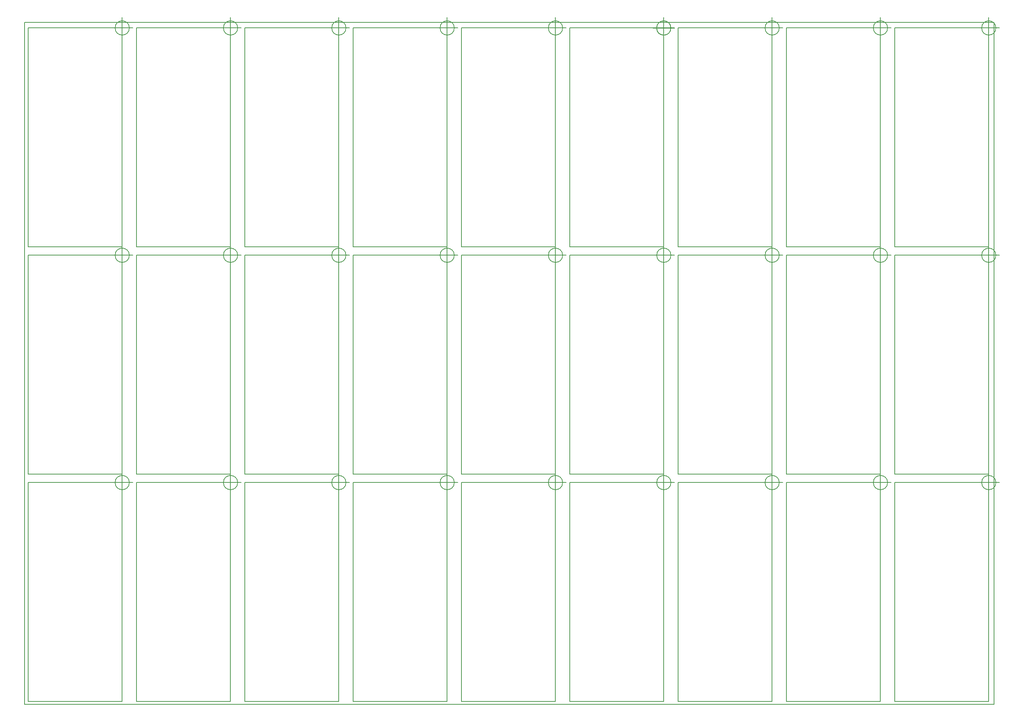
<source format=gm1>
G04 #@! TF.FileFunction,Profile,NP*
%FSLAX46Y46*%
G04 Gerber Fmt 4.6, Leading zero omitted, Abs format (unit mm)*
G04 Created by KiCad (PCBNEW 4.0.3-stable) date 08/25/16 15:17:33*
%MOMM*%
%LPD*%
G01*
G04 APERTURE LIST*
%ADD10C,0.100000*%
%ADD11C,0.150000*%
G04 APERTURE END LIST*
D10*
D11*
X224307400Y-125018800D02*
X224307400Y-124993400D01*
X224307400Y-125018800D02*
X246380000Y-125018800D01*
X224891600Y-73652380D02*
X246380000Y-73652380D01*
X246380000Y-73652380D02*
X246380000Y-125011180D01*
X224942400Y-73652380D02*
X224663000Y-73652380D01*
X224663000Y-73652380D02*
X224307400Y-73652380D01*
X224307400Y-73652380D02*
X224307400Y-125011180D01*
X224307400Y-125011180D02*
X224307400Y-124985780D01*
X224307400Y-125011180D02*
X246380000Y-125011180D01*
X224307400Y-71678800D02*
X246380000Y-71678800D01*
X224307400Y-71678800D02*
X224307400Y-71653400D01*
X224307400Y-20320000D02*
X224307400Y-71678800D01*
X224663000Y-20320000D02*
X224307400Y-20320000D01*
X224942400Y-20320000D02*
X224663000Y-20320000D01*
X246380000Y-20320000D02*
X246380000Y-71678800D01*
X224891600Y-20320000D02*
X246380000Y-20320000D01*
X224891600Y-127000000D02*
X246380000Y-127000000D01*
X246380000Y-127000000D02*
X246380000Y-178358800D01*
X224942400Y-127000000D02*
X224663000Y-127000000D01*
X224663000Y-127000000D02*
X224307400Y-127000000D01*
X224307400Y-127000000D02*
X224307400Y-178358800D01*
X224307400Y-178358800D02*
X224307400Y-178333400D01*
X224307400Y-178358800D02*
X246380000Y-178358800D01*
X174091600Y-127000000D02*
X195580000Y-127000000D01*
X195580000Y-127000000D02*
X195580000Y-178358800D01*
X174142400Y-127000000D02*
X173863000Y-127000000D01*
X173863000Y-127000000D02*
X173507400Y-127000000D01*
X173507400Y-127000000D02*
X173507400Y-178358800D01*
X173507400Y-178358800D02*
X173507400Y-178333400D01*
X173507400Y-178358800D02*
X195580000Y-178358800D01*
X198907400Y-178358800D02*
X220980000Y-178358800D01*
X198907400Y-178358800D02*
X198907400Y-178333400D01*
X198907400Y-127000000D02*
X198907400Y-178358800D01*
X199263000Y-127000000D02*
X198907400Y-127000000D01*
X199542400Y-127000000D02*
X199263000Y-127000000D01*
X220980000Y-127000000D02*
X220980000Y-178358800D01*
X199491600Y-127000000D02*
X220980000Y-127000000D01*
X148691600Y-127000000D02*
X170180000Y-127000000D01*
X170180000Y-127000000D02*
X170180000Y-178358800D01*
X148742400Y-127000000D02*
X148463000Y-127000000D01*
X148463000Y-127000000D02*
X148107400Y-127000000D01*
X148107400Y-127000000D02*
X148107400Y-178358800D01*
X148107400Y-178358800D02*
X148107400Y-178333400D01*
X148107400Y-178358800D02*
X170180000Y-178358800D01*
X122707400Y-178358800D02*
X144780000Y-178358800D01*
X122707400Y-178358800D02*
X122707400Y-178333400D01*
X122707400Y-127000000D02*
X122707400Y-178358800D01*
X123063000Y-127000000D02*
X122707400Y-127000000D01*
X123342400Y-127000000D02*
X123063000Y-127000000D01*
X144780000Y-127000000D02*
X144780000Y-178358800D01*
X123291600Y-127000000D02*
X144780000Y-127000000D01*
X21107400Y-178351180D02*
X43180000Y-178351180D01*
X21107400Y-178351180D02*
X21107400Y-178325780D01*
X21107400Y-126992380D02*
X21107400Y-178351180D01*
X21463000Y-126992380D02*
X21107400Y-126992380D01*
X21742400Y-126992380D02*
X21463000Y-126992380D01*
X43180000Y-126992380D02*
X43180000Y-178351180D01*
X21691600Y-126992380D02*
X43180000Y-126992380D01*
X21107400Y-178358800D02*
X43180000Y-178358800D01*
X21107400Y-178358800D02*
X21107400Y-178333400D01*
X46507400Y-178358800D02*
X46507400Y-178333400D01*
X46507400Y-178358800D02*
X68580000Y-178358800D01*
X47091600Y-126992380D02*
X68580000Y-126992380D01*
X68580000Y-126992380D02*
X68580000Y-178351180D01*
X47142400Y-126992380D02*
X46863000Y-126992380D01*
X46863000Y-126992380D02*
X46507400Y-126992380D01*
X46507400Y-126992380D02*
X46507400Y-178351180D01*
X46507400Y-178351180D02*
X46507400Y-178325780D01*
X46507400Y-178351180D02*
X68580000Y-178351180D01*
X97307400Y-178351180D02*
X119380000Y-178351180D01*
X97307400Y-178351180D02*
X97307400Y-178325780D01*
X97307400Y-126992380D02*
X97307400Y-178351180D01*
X97663000Y-126992380D02*
X97307400Y-126992380D01*
X97942400Y-126992380D02*
X97663000Y-126992380D01*
X119380000Y-126992380D02*
X119380000Y-178351180D01*
X97891600Y-126992380D02*
X119380000Y-126992380D01*
X97307400Y-178358800D02*
X119380000Y-178358800D01*
X97307400Y-178358800D02*
X97307400Y-178333400D01*
X71907400Y-178358800D02*
X71907400Y-178333400D01*
X71907400Y-178358800D02*
X93980000Y-178358800D01*
X72491600Y-126992380D02*
X93980000Y-126992380D01*
X93980000Y-126992380D02*
X93980000Y-178351180D01*
X72542400Y-126992380D02*
X72263000Y-126992380D01*
X72263000Y-126992380D02*
X71907400Y-126992380D01*
X71907400Y-126992380D02*
X71907400Y-178351180D01*
X71907400Y-178351180D02*
X71907400Y-178325780D01*
X71907400Y-178351180D02*
X93980000Y-178351180D01*
X123291600Y-20320000D02*
X144780000Y-20320000D01*
X144780000Y-20320000D02*
X144780000Y-71678800D01*
X123342400Y-20320000D02*
X123063000Y-20320000D01*
X123063000Y-20320000D02*
X122707400Y-20320000D01*
X122707400Y-20320000D02*
X122707400Y-71678800D01*
X122707400Y-71678800D02*
X122707400Y-71653400D01*
X122707400Y-71678800D02*
X144780000Y-71678800D01*
X122707400Y-125011180D02*
X144780000Y-125011180D01*
X122707400Y-125011180D02*
X122707400Y-124985780D01*
X122707400Y-73652380D02*
X122707400Y-125011180D01*
X123063000Y-73652380D02*
X122707400Y-73652380D01*
X123342400Y-73652380D02*
X123063000Y-73652380D01*
X144780000Y-73652380D02*
X144780000Y-125011180D01*
X123291600Y-73652380D02*
X144780000Y-73652380D01*
X146446666Y-73660000D02*
G75*
G03X146446666Y-73660000I-1666666J0D01*
G01*
X142280000Y-73660000D02*
X147280000Y-73660000D01*
X144780000Y-71160000D02*
X144780000Y-76160000D01*
X122707400Y-125018800D02*
X144780000Y-125018800D01*
X122707400Y-125018800D02*
X122707400Y-124993400D01*
X171846666Y-73660000D02*
G75*
G03X171846666Y-73660000I-1666666J0D01*
G01*
X167680000Y-73660000D02*
X172680000Y-73660000D01*
X170180000Y-71160000D02*
X170180000Y-76160000D01*
X197246666Y-73660000D02*
G75*
G03X197246666Y-73660000I-1666666J0D01*
G01*
X193080000Y-73660000D02*
X198080000Y-73660000D01*
X195580000Y-71160000D02*
X195580000Y-76160000D01*
X171846666Y-73660000D02*
G75*
G03X171846666Y-73660000I-1666666J0D01*
G01*
X167680000Y-73660000D02*
X172680000Y-73660000D01*
X170180000Y-71160000D02*
X170180000Y-76160000D01*
X197246666Y-73660000D02*
G75*
G03X197246666Y-73660000I-1666666J0D01*
G01*
X193080000Y-73660000D02*
X198080000Y-73660000D01*
X195580000Y-71160000D02*
X195580000Y-76160000D01*
X171846666Y-73660000D02*
G75*
G03X171846666Y-73660000I-1666666J0D01*
G01*
X167680000Y-73660000D02*
X172680000Y-73660000D01*
X170180000Y-71160000D02*
X170180000Y-76160000D01*
X171846666Y-73660000D02*
G75*
G03X171846666Y-73660000I-1666666J0D01*
G01*
X167680000Y-73660000D02*
X172680000Y-73660000D01*
X170180000Y-71160000D02*
X170180000Y-76160000D01*
X197246666Y-73660000D02*
G75*
G03X197246666Y-73660000I-1666666J0D01*
G01*
X193080000Y-73660000D02*
X198080000Y-73660000D01*
X195580000Y-71160000D02*
X195580000Y-76160000D01*
X171846666Y-73660000D02*
G75*
G03X171846666Y-73660000I-1666666J0D01*
G01*
X167680000Y-73660000D02*
X172680000Y-73660000D01*
X170180000Y-71160000D02*
X170180000Y-76160000D01*
X148107400Y-125018800D02*
X148107400Y-124993400D01*
X148107400Y-125018800D02*
X170180000Y-125018800D01*
X148691600Y-73652380D02*
X170180000Y-73652380D01*
X170180000Y-73652380D02*
X170180000Y-125011180D01*
X148742400Y-73652380D02*
X148463000Y-73652380D01*
X148463000Y-73652380D02*
X148107400Y-73652380D01*
X148107400Y-73652380D02*
X148107400Y-125011180D01*
X148107400Y-125011180D02*
X148107400Y-124985780D01*
X148107400Y-125011180D02*
X170180000Y-125011180D01*
X148107400Y-71678800D02*
X170180000Y-71678800D01*
X148107400Y-71678800D02*
X148107400Y-71653400D01*
X148107400Y-20320000D02*
X148107400Y-71678800D01*
X148463000Y-20320000D02*
X148107400Y-20320000D01*
X148742400Y-20320000D02*
X148463000Y-20320000D01*
X170180000Y-20320000D02*
X170180000Y-71678800D01*
X148691600Y-20320000D02*
X170180000Y-20320000D01*
X199491600Y-20320000D02*
X220980000Y-20320000D01*
X220980000Y-20320000D02*
X220980000Y-71678800D01*
X199542400Y-20320000D02*
X199263000Y-20320000D01*
X199263000Y-20320000D02*
X198907400Y-20320000D01*
X198907400Y-20320000D02*
X198907400Y-71678800D01*
X198907400Y-71678800D02*
X198907400Y-71653400D01*
X198907400Y-71678800D02*
X220980000Y-71678800D01*
X198907400Y-125011180D02*
X220980000Y-125011180D01*
X198907400Y-125011180D02*
X198907400Y-124985780D01*
X198907400Y-73652380D02*
X198907400Y-125011180D01*
X199263000Y-73652380D02*
X198907400Y-73652380D01*
X199542400Y-73652380D02*
X199263000Y-73652380D01*
X220980000Y-73652380D02*
X220980000Y-125011180D01*
X199491600Y-73652380D02*
X220980000Y-73652380D01*
X198907400Y-125018800D02*
X220980000Y-125018800D01*
X198907400Y-125018800D02*
X198907400Y-124993400D01*
X173507400Y-125018800D02*
X173507400Y-124993400D01*
X173507400Y-125018800D02*
X195580000Y-125018800D01*
X197246666Y-73660000D02*
G75*
G03X197246666Y-73660000I-1666666J0D01*
G01*
X193080000Y-73660000D02*
X198080000Y-73660000D01*
X195580000Y-71160000D02*
X195580000Y-76160000D01*
X174091600Y-73652380D02*
X195580000Y-73652380D01*
X195580000Y-73652380D02*
X195580000Y-125011180D01*
X174142400Y-73652380D02*
X173863000Y-73652380D01*
X173863000Y-73652380D02*
X173507400Y-73652380D01*
X173507400Y-73652380D02*
X173507400Y-125011180D01*
X173507400Y-125011180D02*
X173507400Y-124985780D01*
X173507400Y-125011180D02*
X195580000Y-125011180D01*
X173507400Y-71678800D02*
X195580000Y-71678800D01*
X173507400Y-71678800D02*
X173507400Y-71653400D01*
X173507400Y-20320000D02*
X173507400Y-71678800D01*
X173863000Y-20320000D02*
X173507400Y-20320000D01*
X174142400Y-20320000D02*
X173863000Y-20320000D01*
X195580000Y-20320000D02*
X195580000Y-71678800D01*
X174091600Y-20320000D02*
X195580000Y-20320000D01*
X72491600Y-20320000D02*
X93980000Y-20320000D01*
X93980000Y-20320000D02*
X93980000Y-71678800D01*
X72542400Y-20320000D02*
X72263000Y-20320000D01*
X72263000Y-20320000D02*
X71907400Y-20320000D01*
X71907400Y-20320000D02*
X71907400Y-71678800D01*
X71907400Y-71678800D02*
X71907400Y-71653400D01*
X71907400Y-71678800D02*
X93980000Y-71678800D01*
X71907400Y-125011180D02*
X93980000Y-125011180D01*
X71907400Y-125011180D02*
X71907400Y-124985780D01*
X71907400Y-73652380D02*
X71907400Y-125011180D01*
X72263000Y-73652380D02*
X71907400Y-73652380D01*
X72542400Y-73652380D02*
X72263000Y-73652380D01*
X93980000Y-73652380D02*
X93980000Y-125011180D01*
X72491600Y-73652380D02*
X93980000Y-73652380D01*
X95646666Y-73660000D02*
G75*
G03X95646666Y-73660000I-1666666J0D01*
G01*
X91480000Y-73660000D02*
X96480000Y-73660000D01*
X93980000Y-71160000D02*
X93980000Y-76160000D01*
X71907400Y-125018800D02*
X93980000Y-125018800D01*
X71907400Y-125018800D02*
X71907400Y-124993400D01*
X97307400Y-125018800D02*
X97307400Y-124993400D01*
X97307400Y-125018800D02*
X119380000Y-125018800D01*
X97891600Y-73652380D02*
X119380000Y-73652380D01*
X119380000Y-73652380D02*
X119380000Y-125011180D01*
X97942400Y-73652380D02*
X97663000Y-73652380D01*
X97663000Y-73652380D02*
X97307400Y-73652380D01*
X97307400Y-73652380D02*
X97307400Y-125011180D01*
X97307400Y-125011180D02*
X97307400Y-124985780D01*
X97307400Y-125011180D02*
X119380000Y-125011180D01*
X97307400Y-71678800D02*
X119380000Y-71678800D01*
X97307400Y-71678800D02*
X97307400Y-71653400D01*
X97307400Y-20320000D02*
X97307400Y-71678800D01*
X97663000Y-20320000D02*
X97307400Y-20320000D01*
X97942400Y-20320000D02*
X97663000Y-20320000D01*
X119380000Y-20320000D02*
X119380000Y-71678800D01*
X97891600Y-20320000D02*
X119380000Y-20320000D01*
X47091600Y-20320000D02*
X68580000Y-20320000D01*
X68580000Y-20320000D02*
X68580000Y-71678800D01*
X47142400Y-20320000D02*
X46863000Y-20320000D01*
X46863000Y-20320000D02*
X46507400Y-20320000D01*
X46507400Y-20320000D02*
X46507400Y-71678800D01*
X46507400Y-71678800D02*
X46507400Y-71653400D01*
X46507400Y-71678800D02*
X68580000Y-71678800D01*
X46507400Y-125011180D02*
X68580000Y-125011180D01*
X46507400Y-125011180D02*
X46507400Y-124985780D01*
X46507400Y-73652380D02*
X46507400Y-125011180D01*
X46863000Y-73652380D02*
X46507400Y-73652380D01*
X47142400Y-73652380D02*
X46863000Y-73652380D01*
X68580000Y-73652380D02*
X68580000Y-125011180D01*
X47091600Y-73652380D02*
X68580000Y-73652380D01*
X46507400Y-125018800D02*
X68580000Y-125018800D01*
X46507400Y-125018800D02*
X46507400Y-124993400D01*
X247650000Y-179070000D02*
X20320000Y-179070000D01*
X70246666Y-73660000D02*
G75*
G03X70246666Y-73660000I-1666666J0D01*
G01*
X66080000Y-73660000D02*
X71080000Y-73660000D01*
X68580000Y-71160000D02*
X68580000Y-76160000D01*
X248046666Y-73660000D02*
G75*
G03X248046666Y-73660000I-1666666J0D01*
G01*
X243880000Y-73660000D02*
X248880000Y-73660000D01*
X246380000Y-71160000D02*
X246380000Y-76160000D01*
X222646666Y-73660000D02*
G75*
G03X222646666Y-73660000I-1666666J0D01*
G01*
X218480000Y-73660000D02*
X223480000Y-73660000D01*
X220980000Y-71160000D02*
X220980000Y-76160000D01*
X197246666Y-73660000D02*
G75*
G03X197246666Y-73660000I-1666666J0D01*
G01*
X193080000Y-73660000D02*
X198080000Y-73660000D01*
X195580000Y-71160000D02*
X195580000Y-76160000D01*
X171846666Y-73660000D02*
G75*
G03X171846666Y-73660000I-1666666J0D01*
G01*
X167680000Y-73660000D02*
X172680000Y-73660000D01*
X170180000Y-71160000D02*
X170180000Y-76160000D01*
X146446666Y-73660000D02*
G75*
G03X146446666Y-73660000I-1666666J0D01*
G01*
X142280000Y-73660000D02*
X147280000Y-73660000D01*
X144780000Y-71160000D02*
X144780000Y-76160000D01*
X121046666Y-73660000D02*
G75*
G03X121046666Y-73660000I-1666666J0D01*
G01*
X116880000Y-73660000D02*
X121880000Y-73660000D01*
X119380000Y-71160000D02*
X119380000Y-76160000D01*
X95646666Y-73660000D02*
G75*
G03X95646666Y-73660000I-1666666J0D01*
G01*
X91480000Y-73660000D02*
X96480000Y-73660000D01*
X93980000Y-71160000D02*
X93980000Y-76160000D01*
X70246666Y-73660000D02*
G75*
G03X70246666Y-73660000I-1666666J0D01*
G01*
X66080000Y-73660000D02*
X71080000Y-73660000D01*
X68580000Y-71160000D02*
X68580000Y-76160000D01*
X70246666Y-73660000D02*
G75*
G03X70246666Y-73660000I-1666666J0D01*
G01*
X66080000Y-73660000D02*
X71080000Y-73660000D01*
X68580000Y-71160000D02*
X68580000Y-76160000D01*
X95646666Y-73660000D02*
G75*
G03X95646666Y-73660000I-1666666J0D01*
G01*
X91480000Y-73660000D02*
X96480000Y-73660000D01*
X93980000Y-71160000D02*
X93980000Y-76160000D01*
X121046666Y-73660000D02*
G75*
G03X121046666Y-73660000I-1666666J0D01*
G01*
X116880000Y-73660000D02*
X121880000Y-73660000D01*
X119380000Y-71160000D02*
X119380000Y-76160000D01*
X121046666Y-73660000D02*
G75*
G03X121046666Y-73660000I-1666666J0D01*
G01*
X116880000Y-73660000D02*
X121880000Y-73660000D01*
X119380000Y-71160000D02*
X119380000Y-76160000D01*
X70246666Y-73660000D02*
G75*
G03X70246666Y-73660000I-1666666J0D01*
G01*
X66080000Y-73660000D02*
X71080000Y-73660000D01*
X68580000Y-71160000D02*
X68580000Y-76160000D01*
X121046666Y-73660000D02*
G75*
G03X121046666Y-73660000I-1666666J0D01*
G01*
X116880000Y-73660000D02*
X121880000Y-73660000D01*
X119380000Y-71160000D02*
X119380000Y-76160000D01*
X95646666Y-73660000D02*
G75*
G03X95646666Y-73660000I-1666666J0D01*
G01*
X91480000Y-73660000D02*
X96480000Y-73660000D01*
X93980000Y-71160000D02*
X93980000Y-76160000D01*
X70246666Y-73660000D02*
G75*
G03X70246666Y-73660000I-1666666J0D01*
G01*
X66080000Y-73660000D02*
X71080000Y-73660000D01*
X68580000Y-71160000D02*
X68580000Y-76160000D01*
X21107400Y-125018800D02*
X21107400Y-124993400D01*
X21107400Y-125018800D02*
X43180000Y-125018800D01*
X44846666Y-127000000D02*
G75*
G03X44846666Y-127000000I-1666666J0D01*
G01*
X40680000Y-127000000D02*
X45680000Y-127000000D01*
X43180000Y-124500000D02*
X43180000Y-129500000D01*
X70246666Y-127000000D02*
G75*
G03X70246666Y-127000000I-1666666J0D01*
G01*
X66080000Y-127000000D02*
X71080000Y-127000000D01*
X68580000Y-124500000D02*
X68580000Y-129500000D01*
X95646666Y-127000000D02*
G75*
G03X95646666Y-127000000I-1666666J0D01*
G01*
X91480000Y-127000000D02*
X96480000Y-127000000D01*
X93980000Y-124500000D02*
X93980000Y-129500000D01*
X121046666Y-127000000D02*
G75*
G03X121046666Y-127000000I-1666666J0D01*
G01*
X116880000Y-127000000D02*
X121880000Y-127000000D01*
X119380000Y-124500000D02*
X119380000Y-129500000D01*
X70246666Y-127000000D02*
G75*
G03X70246666Y-127000000I-1666666J0D01*
G01*
X66080000Y-127000000D02*
X71080000Y-127000000D01*
X68580000Y-124500000D02*
X68580000Y-129500000D01*
X121046666Y-127000000D02*
G75*
G03X121046666Y-127000000I-1666666J0D01*
G01*
X116880000Y-127000000D02*
X121880000Y-127000000D01*
X119380000Y-124500000D02*
X119380000Y-129500000D01*
X121046666Y-127000000D02*
G75*
G03X121046666Y-127000000I-1666666J0D01*
G01*
X116880000Y-127000000D02*
X121880000Y-127000000D01*
X119380000Y-124500000D02*
X119380000Y-129500000D01*
X95646666Y-127000000D02*
G75*
G03X95646666Y-127000000I-1666666J0D01*
G01*
X91480000Y-127000000D02*
X96480000Y-127000000D01*
X93980000Y-124500000D02*
X93980000Y-129500000D01*
X146446666Y-20320000D02*
G75*
G03X146446666Y-20320000I-1666666J0D01*
G01*
X142280000Y-20320000D02*
X147280000Y-20320000D01*
X144780000Y-17820000D02*
X144780000Y-22820000D01*
X197246666Y-20320000D02*
G75*
G03X197246666Y-20320000I-1666666J0D01*
G01*
X193080000Y-20320000D02*
X198080000Y-20320000D01*
X195580000Y-17820000D02*
X195580000Y-22820000D01*
X222646666Y-20320000D02*
G75*
G03X222646666Y-20320000I-1666666J0D01*
G01*
X218480000Y-20320000D02*
X223480000Y-20320000D01*
X220980000Y-17820000D02*
X220980000Y-22820000D01*
X171846666Y-20320000D02*
G75*
G03X171846666Y-20320000I-1666666J0D01*
G01*
X167680000Y-20320000D02*
X172680000Y-20320000D01*
X170180000Y-17820000D02*
X170180000Y-22820000D01*
X171846666Y-20320000D02*
G75*
G03X171846666Y-20320000I-1666666J0D01*
G01*
X167680000Y-20320000D02*
X172680000Y-20320000D01*
X170180000Y-17820000D02*
X170180000Y-22820000D01*
X222646666Y-20320000D02*
G75*
G03X222646666Y-20320000I-1666666J0D01*
G01*
X218480000Y-20320000D02*
X223480000Y-20320000D01*
X220980000Y-17820000D02*
X220980000Y-22820000D01*
X222646666Y-20320000D02*
G75*
G03X222646666Y-20320000I-1666666J0D01*
G01*
X218480000Y-20320000D02*
X223480000Y-20320000D01*
X220980000Y-17820000D02*
X220980000Y-22820000D01*
X197246666Y-20320000D02*
G75*
G03X197246666Y-20320000I-1666666J0D01*
G01*
X193080000Y-20320000D02*
X198080000Y-20320000D01*
X195580000Y-17820000D02*
X195580000Y-22820000D01*
X95646666Y-20320000D02*
G75*
G03X95646666Y-20320000I-1666666J0D01*
G01*
X91480000Y-20320000D02*
X96480000Y-20320000D01*
X93980000Y-17820000D02*
X93980000Y-22820000D01*
X121046666Y-20320000D02*
G75*
G03X121046666Y-20320000I-1666666J0D01*
G01*
X116880000Y-20320000D02*
X121880000Y-20320000D01*
X119380000Y-17820000D02*
X119380000Y-22820000D01*
X121046666Y-20320000D02*
G75*
G03X121046666Y-20320000I-1666666J0D01*
G01*
X116880000Y-20320000D02*
X121880000Y-20320000D01*
X119380000Y-17820000D02*
X119380000Y-22820000D01*
X70246666Y-20320000D02*
G75*
G03X70246666Y-20320000I-1666666J0D01*
G01*
X66080000Y-20320000D02*
X71080000Y-20320000D01*
X68580000Y-17820000D02*
X68580000Y-22820000D01*
X70246666Y-127000000D02*
G75*
G03X70246666Y-127000000I-1666666J0D01*
G01*
X66080000Y-127000000D02*
X71080000Y-127000000D01*
X68580000Y-124500000D02*
X68580000Y-129500000D01*
X70246666Y-127000000D02*
G75*
G03X70246666Y-127000000I-1666666J0D01*
G01*
X66080000Y-127000000D02*
X71080000Y-127000000D01*
X68580000Y-124500000D02*
X68580000Y-129500000D01*
X95646666Y-127000000D02*
G75*
G03X95646666Y-127000000I-1666666J0D01*
G01*
X91480000Y-127000000D02*
X96480000Y-127000000D01*
X93980000Y-124500000D02*
X93980000Y-129500000D01*
X121046666Y-127000000D02*
G75*
G03X121046666Y-127000000I-1666666J0D01*
G01*
X116880000Y-127000000D02*
X121880000Y-127000000D01*
X119380000Y-124500000D02*
X119380000Y-129500000D01*
X146446666Y-127000000D02*
G75*
G03X146446666Y-127000000I-1666666J0D01*
G01*
X142280000Y-127000000D02*
X147280000Y-127000000D01*
X144780000Y-124500000D02*
X144780000Y-129500000D01*
X171846666Y-127000000D02*
G75*
G03X171846666Y-127000000I-1666666J0D01*
G01*
X167680000Y-127000000D02*
X172680000Y-127000000D01*
X170180000Y-124500000D02*
X170180000Y-129500000D01*
X197246666Y-127000000D02*
G75*
G03X197246666Y-127000000I-1666666J0D01*
G01*
X193080000Y-127000000D02*
X198080000Y-127000000D01*
X195580000Y-124500000D02*
X195580000Y-129500000D01*
X222646666Y-127000000D02*
G75*
G03X222646666Y-127000000I-1666666J0D01*
G01*
X218480000Y-127000000D02*
X223480000Y-127000000D01*
X220980000Y-124500000D02*
X220980000Y-129500000D01*
X248046666Y-127000000D02*
G75*
G03X248046666Y-127000000I-1666666J0D01*
G01*
X243880000Y-127000000D02*
X248880000Y-127000000D01*
X246380000Y-124500000D02*
X246380000Y-129500000D01*
X248046666Y-20320000D02*
G75*
G03X248046666Y-20320000I-1666666J0D01*
G01*
X243880000Y-20320000D02*
X248880000Y-20320000D01*
X246380000Y-17820000D02*
X246380000Y-22820000D01*
X248046666Y-73660000D02*
G75*
G03X248046666Y-73660000I-1666666J0D01*
G01*
X243880000Y-73660000D02*
X248880000Y-73660000D01*
X246380000Y-71160000D02*
X246380000Y-76160000D01*
X44846666Y-127000000D02*
G75*
G03X44846666Y-127000000I-1666666J0D01*
G01*
X40680000Y-127000000D02*
X45680000Y-127000000D01*
X43180000Y-124500000D02*
X43180000Y-129500000D01*
X70246666Y-127000000D02*
G75*
G03X70246666Y-127000000I-1666666J0D01*
G01*
X66080000Y-127000000D02*
X71080000Y-127000000D01*
X68580000Y-124500000D02*
X68580000Y-129500000D01*
X70246666Y-20320000D02*
G75*
G03X70246666Y-20320000I-1666666J0D01*
G01*
X66080000Y-20320000D02*
X71080000Y-20320000D01*
X68580000Y-17820000D02*
X68580000Y-22820000D01*
X146446666Y-20320000D02*
G75*
G03X146446666Y-20320000I-1666666J0D01*
G01*
X142280000Y-20320000D02*
X147280000Y-20320000D01*
X144780000Y-17820000D02*
X144780000Y-22820000D01*
X171846666Y-20320000D02*
G75*
G03X171846666Y-20320000I-1666666J0D01*
G01*
X167680000Y-20320000D02*
X172680000Y-20320000D01*
X170180000Y-17820000D02*
X170180000Y-22820000D01*
X197246666Y-20320000D02*
G75*
G03X197246666Y-20320000I-1666666J0D01*
G01*
X193080000Y-20320000D02*
X198080000Y-20320000D01*
X195580000Y-17820000D02*
X195580000Y-22820000D01*
X171821266Y-20345400D02*
G75*
G03X171821266Y-20345400I-1666666J0D01*
G01*
X167654600Y-20345400D02*
X172654600Y-20345400D01*
X170154600Y-17845400D02*
X170154600Y-22845400D01*
X222646666Y-20320000D02*
G75*
G03X222646666Y-20320000I-1666666J0D01*
G01*
X218480000Y-20320000D02*
X223480000Y-20320000D01*
X220980000Y-17820000D02*
X220980000Y-22820000D01*
X121046666Y-20320000D02*
G75*
G03X121046666Y-20320000I-1666666J0D01*
G01*
X116880000Y-20320000D02*
X121880000Y-20320000D01*
X119380000Y-17820000D02*
X119380000Y-22820000D01*
X20320000Y-19050000D02*
X20320000Y-179070000D01*
X247650000Y-19050000D02*
X20320000Y-19050000D01*
X247650000Y-179070000D02*
X247650000Y-19050000D01*
X146446666Y-20320000D02*
G75*
G03X146446666Y-20320000I-1666666J0D01*
G01*
X142280000Y-20320000D02*
X147280000Y-20320000D01*
X144780000Y-17820000D02*
X144780000Y-22820000D01*
X171846666Y-20320000D02*
G75*
G03X171846666Y-20320000I-1666666J0D01*
G01*
X167680000Y-20320000D02*
X172680000Y-20320000D01*
X170180000Y-17820000D02*
X170180000Y-22820000D01*
X95646666Y-20320000D02*
G75*
G03X95646666Y-20320000I-1666666J0D01*
G01*
X91480000Y-20320000D02*
X96480000Y-20320000D01*
X93980000Y-17820000D02*
X93980000Y-22820000D01*
X44846666Y-73660000D02*
G75*
G03X44846666Y-73660000I-1666666J0D01*
G01*
X40680000Y-73660000D02*
X45680000Y-73660000D01*
X43180000Y-71160000D02*
X43180000Y-76160000D01*
X44846666Y-20320000D02*
G75*
G03X44846666Y-20320000I-1666666J0D01*
G01*
X40680000Y-20320000D02*
X45680000Y-20320000D01*
X43180000Y-17820000D02*
X43180000Y-22820000D01*
X21691600Y-73652380D02*
X43180000Y-73652380D01*
X43180000Y-73652380D02*
X43180000Y-125011180D01*
X21742400Y-73652380D02*
X21463000Y-73652380D01*
X21463000Y-73652380D02*
X21107400Y-73652380D01*
X21107400Y-73652380D02*
X21107400Y-125011180D01*
X21107400Y-125011180D02*
X21107400Y-124985780D01*
X21107400Y-125011180D02*
X43180000Y-125011180D01*
X21107400Y-71678800D02*
X43180000Y-71678800D01*
X21107400Y-71678800D02*
X21107400Y-71653400D01*
X21107400Y-20320000D02*
X21107400Y-71678800D01*
X21463000Y-20320000D02*
X21107400Y-20320000D01*
X21742400Y-20320000D02*
X21463000Y-20320000D01*
X43180000Y-20320000D02*
X43180000Y-71678800D01*
X21691600Y-20320000D02*
X43180000Y-20320000D01*
M02*

</source>
